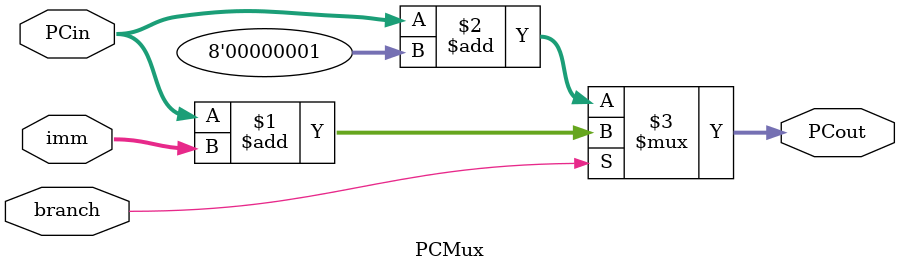
<source format=v>
module PCMux(
    input [7:0] PCin,
    input [7:0] imm,
    input branch,
    output [7:0] PCout
);

assign PCout = branch ? (PCin + imm) : (PCin + 8'b00000001);

endmodule

</source>
